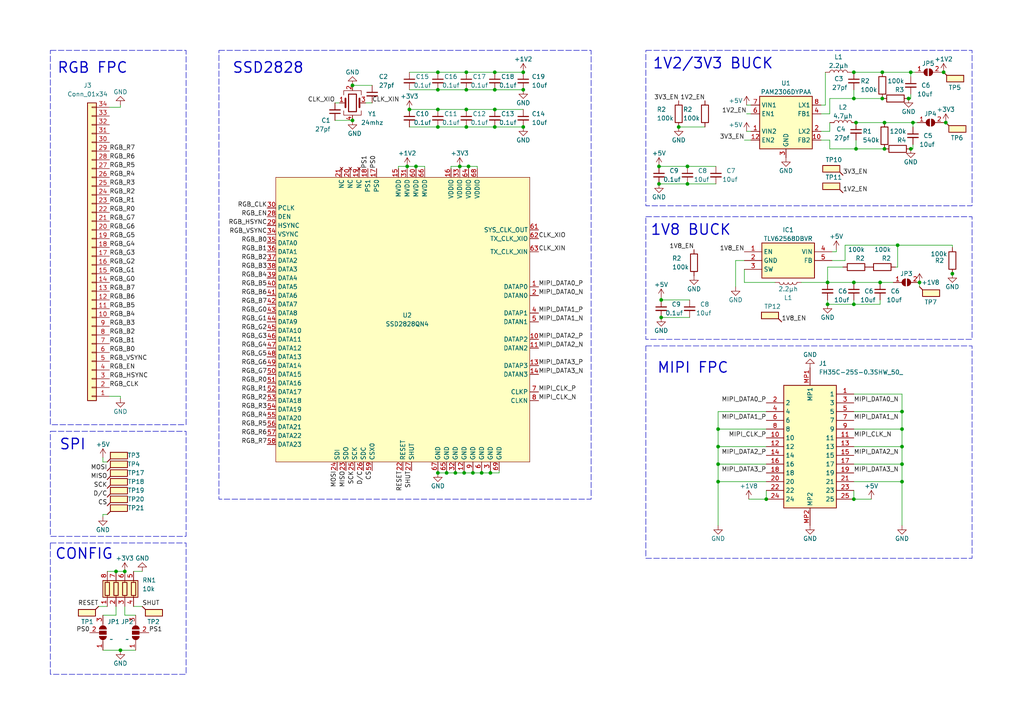
<source format=kicad_sch>
(kicad_sch (version 20230121) (generator eeschema)
  (paper "A4")
  (lib_symbols
    (symbol "+5V_1" (power) (pin_names (offset 0))
      (property "Value" "+5V_1" (at 0 3.556 0))
      (symbol "+5V_1_1_1"
        (pin power_in line (at 0 0 90) (length 0) hide (name "+5V") (number "1"))
      )
    )
    (symbol "Connector:TestPoint_Flag" (pin_numbers hide) (pin_names (offset 0.762) hide)
      (property "Reference" "TP" (at 3.429 1.778 0))
      (property "Value" "TestPoint_Flag" (at 3.302 4.191 0))
      (symbol "TestPoint_Flag_1_1"
        (pin passive line (at 0 0 90) (length 0) (name "1") (number "1"))
      )
    )
    (symbol "Connector_Generic:Conn_01x34" (pin_names (offset 1.016) hide)
      (property "Reference" "J" (at 0 43.18 0))
      (property "Value" "Conn_01x34" (at 0 -45.72 0))
      (symbol "Conn_01x34_1_1"
        (pin passive line (at -5.08 40.64 0) (length 3.81) (name "Pin_1") (number "1"))
        (pin passive line (at -5.08 17.78 0) (length 3.81) (name "Pin_10") (number "10"))
        (pin passive line (at -5.08 15.24 0) (length 3.81) (name "Pin_11") (number "11"))
        (pin passive line (at -5.08 12.7 0) (length 3.81) (name "Pin_12") (number "12"))
        (pin passive line (at -5.08 10.16 0) (length 3.81) (name "Pin_13") (number "13"))
        (pin passive line (at -5.08 7.62 0) (length 3.81) (name "Pin_14") (number "14"))
        (pin passive line (at -5.08 5.08 0) (length 3.81) (name "Pin_15") (number "15"))
        (pin passive line (at -5.08 2.54 0) (length 3.81) (name "Pin_16") (number "16"))
        (pin passive line (at -5.08 0 0) (length 3.81) (name "Pin_17") (number "17"))
        (pin passive line (at -5.08 -2.54 0) (length 3.81) (name "Pin_18") (number "18"))
        (pin passive line (at -5.08 -5.08 0) (length 3.81) (name "Pin_19") (number "19"))
        (pin passive line (at -5.08 38.1 0) (length 3.81) (name "Pin_2") (number "2"))
        (pin passive line (at -5.08 -7.62 0) (length 3.81) (name "Pin_20") (number "20"))
        (pin passive line (at -5.08 -10.16 0) (length 3.81) (name "Pin_21") (number "21"))
        (pin passive line (at -5.08 -12.7 0) (length 3.81) (name "Pin_22") (number "22"))
        (pin passive line (at -5.08 -15.24 0) (length 3.81) (name "Pin_23") (number "23"))
        (pin passive line (at -5.08 -17.78 0) (length 3.81) (name "Pin_24") (number "24"))
        (pin passive line (at -5.08 -20.32 0) (length 3.81) (name "Pin_25") (number "25"))
        (pin passive line (at -5.08 -22.86 0) (length 3.81) (name "Pin_26") (number "26"))
        (pin passive line (at -5.08 -25.4 0) (length 3.81) (name "Pin_27") (number "27"))
        (pin passive line (at -5.08 -27.94 0) (length 3.81) (name "Pin_28") (number "28"))
        (pin passive line (at -5.08 -30.48 0) (length 3.81) (name "Pin_29") (number "29"))
        (pin passive line (at -5.08 35.56 0) (length 3.81) (name "Pin_3") (number "3"))
        (pin passive line (at -5.08 -33.02 0) (length 3.81) (name "Pin_30") (number "30"))
        (pin passive line (at -5.08 -35.56 0) (length 3.81) (name "Pin_31") (number "31"))
        (pin passive line (at -5.08 -38.1 0) (length 3.81) (name "Pin_32") (number "32"))
        (pin passive line (at -5.08 -40.64 0) (length 3.81) (name "Pin_33") (number "33"))
        (pin passive line (at -5.08 -43.18 0) (length 3.81) (name "Pin_34") (number "34"))
        (pin passive line (at -5.08 33.02 0) (length 3.81) (name "Pin_4") (number "4"))
        (pin passive line (at -5.08 30.48 0) (length 3.81) (name "Pin_5") (number "5"))
        (pin passive line (at -5.08 27.94 0) (length 3.81) (name "Pin_6") (number "6"))
        (pin passive line (at -5.08 25.4 0) (length 3.81) (name "Pin_7") (number "7"))
        (pin passive line (at -5.08 22.86 0) (length 3.81) (name "Pin_8") (number "8"))
        (pin passive line (at -5.08 20.32 0) (length 3.81) (name "Pin_9") (number "9"))
      )
    )
    (symbol "Device:C_Small" (pin_numbers hide) (pin_names (offset 0.254) hide)
      (property "Reference" "C" (at 0.254 1.778 0))
      (property "Value" "C_Small" (at 0.254 -2.032 0))
      (symbol "C_Small_1_1"
        (pin passive line (at 0 2.54 270) (length 2.032) (name "~") (number "1"))
        (pin passive line (at 0 -2.54 90) (length 2.032) (name "~") (number "2"))
      )
    )
    (symbol "Device:Crystal_GND24" (pin_names (offset 1.016) hide)
      (property "Reference" "Y" (at 3.175 5.08 0))
      (property "Value" "Crystal_GND24" (at 3.175 3.175 0))
      (symbol "Crystal_GND24_1_1"
        (pin passive line (at -3.81 0 0) (length 1.27) (name "1") (number "1"))
        (pin passive line (at 0 5.08 270) (length 1.27) (name "2") (number "2"))
        (pin passive line (at 3.81 0 180) (length 1.27) (name "3") (number "3"))
        (pin passive line (at 0 -5.08 90) (length 1.27) (name "4") (number "4"))
      )
    )
    (symbol "Device:L" (pin_numbers hide) (pin_names (offset 1.016) hide)
      (property "Reference" "L" (at -1.27 0 90))
      (property "Value" "L" (at 1.905 0 90))
      (symbol "L_1_1"
        (pin passive line (at 0 3.81 270) (length 1.27) (name "1") (number "1"))
        (pin passive line (at 0 -3.81 90) (length 1.27) (name "2") (number "2"))
      )
    )
    (symbol "Device:R" (pin_numbers hide) (pin_names (offset 0))
      (property "Reference" "R" (at 2.032 0 90))
      (property "Value" "R" (at 0 0 90))
      (symbol "R_1_1"
        (pin passive line (at 0 3.81 270) (length 1.27) (name "~") (number "1"))
        (pin passive line (at 0 -3.81 90) (length 1.27) (name "~") (number "2"))
      )
    )
    (symbol "Device:R_Pack04" (pin_names (offset 0) hide)
      (property "Reference" "RN" (at -7.62 0 90))
      (property "Value" "R_Pack04" (at 5.08 0 90))
      (symbol "R_Pack04_1_1"
        (pin passive line (at -5.08 -5.08 90) (length 2.54) (name "R1.1") (number "1"))
        (pin passive line (at -2.54 -5.08 90) (length 2.54) (name "R2.1") (number "2"))
        (pin passive line (at 0 -5.08 90) (length 2.54) (name "R3.1") (number "3"))
        (pin passive line (at 2.54 -5.08 90) (length 2.54) (name "R4.1") (number "4"))
        (pin passive line (at 2.54 5.08 270) (length 2.54) (name "R4.2") (number "5"))
        (pin passive line (at 0 5.08 270) (length 2.54) (name "R3.2") (number "6"))
        (pin passive line (at -2.54 5.08 270) (length 2.54) (name "R2.2") (number "7"))
        (pin passive line (at -5.08 5.08 270) (length 2.54) (name "R1.2") (number "8"))
      )
    )
    (symbol "GND_1" (power) (pin_names (offset 0))
      (property "Value" "GND_1" (at 0 -3.81 0))
      (symbol "GND_1_1_1"
        (pin power_in line (at 0 0 270) (length 0) hide (name "GND") (number "1"))
      )
    )
    (symbol "GND_2" (power) (pin_names (offset 0))
      (property "Value" "GND_2" (at 0 -3.81 0))
      (symbol "GND_2_1_1"
        (pin power_in line (at 0 0 270) (length 0) hide (name "GND") (number "1"))
      )
    )
    (symbol "GND_3" (power) (pin_names (offset 0))
      (property "Value" "GND_3" (at 0 -3.81 0))
      (symbol "GND_3_1_1"
        (pin power_in line (at 0 0 270) (length 0) hide (name "GND") (number "1"))
      )
    )
    (symbol "Jumper:SolderJumper_2_Open" (pin_names (offset 0) hide)
      (property "Reference" "JP" (at 0 2.032 0))
      (property "Value" "SolderJumper_2_Open" (at 0 -2.54 0))
      (symbol "SolderJumper_2_Open_1_1"
        (pin passive line (at -3.81 0 0) (length 2.54) (name "A") (number "1"))
        (pin passive line (at 3.81 0 180) (length 2.54) (name "B") (number "2"))
      )
    )
    (symbol "Jumper:SolderJumper_3_Open" (pin_names (offset 0) hide)
      (property "Reference" "JP" (at -2.54 -2.54 0))
      (property "Value" "SolderJumper_3_Open" (at 0 2.794 0))
      (symbol "SolderJumper_3_Open_1_1"
        (pin passive line (at -5.08 0 0) (length 2.54) (name "A") (number "1"))
        (pin passive line (at 0 -3.81 90) (length 2.54) (name "C") (number "2"))
        (pin passive line (at 5.08 0 180) (length 2.54) (name "B") (number "3"))
      )
    )
    (symbol "Regulator_Switching:PAM2306DYPAA"
      (property "Reference" "U" (at 0 11.43 0))
      (property "Value" "PAM2306DYPAA" (at 0 8.89 0))
      (symbol "PAM2306DYPAA_1_1"
        (pin power_in line (at -10.16 -2.54 0) (length 2.54) (name "VIN2") (number "1"))
        (pin input line (at 10.16 -5.08 180) (length 2.54) (name "FB2") (number "10"))
        (pin no_connect line (at 7.62 0 180) (length 2.54) hide (name "NC2") (number "11"))
        (pin input line (at -10.16 -5.08 0) (length 2.54) (name "EN2") (number "12"))
        (pin passive line (at 0 -10.16 90) (length 2.54) hide (name "GND") (number "13"))
        (pin output line (at 10.16 -2.54 180) (length 2.54) (name "LX2") (number "2"))
        (pin power_in line (at 0 -10.16 90) (length 2.54) (name "GND") (number "3"))
        (pin input line (at 10.16 2.54 180) (length 2.54) (name "FB1") (number "4"))
        (pin no_connect line (at -7.62 0 0) (length 2.54) hide (name "NC1") (number "5"))
        (pin input line (at -10.16 2.54 0) (length 2.54) (name "EN1") (number "6"))
        (pin power_in line (at -10.16 5.08 0) (length 2.54) (name "VIN1") (number "7"))
        (pin output line (at 10.16 5.08 180) (length 2.54) (name "LX1") (number "8"))
        (pin passive line (at 0 -10.16 90) (length 2.54) hide (name "GND") (number "9"))
      )
    )
    (symbol "SamacSys_Parts:FH35C-25S-0.3SHW_50_"
      (property "Reference" "J" (at 41.91 12.7 0))
      (property "Value" "FH35C-25S-0.3SHW_50_" (at 41.91 10.16 0))
      (symbol "FH35C-25S-0.3SHW_50__1_1"
        (pin passive line (at 38.1 -12.7 90) (length 5.08) (name "1") (number "1"))
        (pin passive line (at 25.4 12.7 270) (length 5.08) (name "10") (number "10"))
        (pin passive line (at 25.4 -12.7 90) (length 5.08) (name "11") (number "11"))
        (pin passive line (at 22.86 12.7 270) (length 5.08) (name "12") (number "12"))
        (pin passive line (at 22.86 -12.7 90) (length 5.08) (name "13") (number "13"))
        (pin passive line (at 20.32 12.7 270) (length 5.08) (name "14") (number "14"))
        (pin passive line (at 20.32 -12.7 90) (length 5.08) (name "15") (number "15"))
        (pin passive line (at 17.78 12.7 270) (length 5.08) (name "16") (number "16"))
        (pin passive line (at 17.78 -12.7 90) (length 5.08) (name "17") (number "17"))
        (pin passive line (at 15.24 12.7 270) (length 5.08) (name "18") (number "18"))
        (pin passive line (at 15.24 -12.7 90) (length 5.08) (name "19") (number "19"))
        (pin passive line (at 35.56 12.7 270) (length 5.08) (name "2") (number "2"))
        (pin passive line (at 12.7 12.7 270) (length 5.08) (name "20") (number "20"))
        (pin passive line (at 12.7 -12.7 90) (length 5.08) (name "21") (number "21"))
        (pin passive line (at 10.16 12.7 270) (length 5.08) (name "22") (number "22"))
        (pin passive line (at 10.16 -12.7 90) (length 5.08) (name "23") (number "23"))
        (pin passive line (at 7.62 12.7 270) (length 5.08) (name "24") (number "24"))
        (pin passive line (at 7.62 -12.7 90) (length 5.08) (name "25") (number "25"))
        (pin passive line (at 35.56 -12.7 90) (length 5.08) (name "3") (number "3"))
        (pin passive line (at 33.02 12.7 270) (length 5.08) (name "4") (number "4"))
        (pin passive line (at 33.02 -12.7 90) (length 5.08) (name "5") (number "5"))
        (pin passive line (at 30.48 12.7 270) (length 5.08) (name "6") (number "6"))
        (pin passive line (at 30.48 -12.7 90) (length 5.08) (name "7") (number "7"))
        (pin passive line (at 27.94 12.7 270) (length 5.08) (name "8") (number "8"))
        (pin passive line (at 27.94 -12.7 90) (length 5.08) (name "9") (number "9"))
        (pin passive line (at 45.72 0 180) (length 5.08) (name "MP1") (number "MP1"))
        (pin passive line (at 0 0 0) (length 5.08) (name "MP2") (number "MP2"))
      )
    )
    (symbol "SamacSys_Parts:TLV62568DBVR"
      (property "Reference" "IC" (at 21.59 7.62 0))
      (property "Value" "TLV62568DBVR" (at 21.59 5.08 0))
      (symbol "TLV62568DBVR_1_1"
        (pin passive line (at 0 0 0) (length 5.08) (name "EN") (number "1"))
        (pin passive line (at 0 -2.54 0) (length 5.08) (name "GND") (number "2"))
        (pin passive line (at 0 -5.08 0) (length 5.08) (name "SW") (number "3"))
        (pin passive line (at 25.4 0 180) (length 5.08) (name "VIN") (number "4"))
        (pin passive line (at 25.4 -2.54 180) (length 5.08) (name "FB") (number "5"))
      )
    )
    (symbol "Video:SSD2828QN4"
      (property "Reference" "U1" (at 0 1.905 0))
      (property "Value" "SSD2828QN4" (at 0 -0.635 0))
      (symbol "SSD2828QN4_1_1"
        (pin output line (at 38.1 10.16 180) (length 2.54) (name "DATAP0") (number "1"))
        (pin output line (at 38.1 -5.08 180) (length 2.54) (name "DATAP2") (number "10"))
        (pin output line (at 38.1 -7.62 180) (length 2.54) (name "DATAN2") (number "11"))
        (pin output line (at 16.51 -43.18 90) (length 2.54) (name "GND") (number "12"))
        (pin output line (at 38.1 -12.7 180) (length 2.54) (name "DATAP3") (number "13"))
        (pin output line (at 38.1 -15.24 180) (length 2.54) (name "DATAN3") (number "14"))
        (pin output line (at -2.54 44.45 270) (length 2.54) (name "MVDD") (number "15"))
        (pin output line (at 12.7 44.45 270) (length 2.54) (name "VDDIO") (number "16"))
        (pin output line (at -8.89 44.45 270) (length 2.54) (name "PS0") (number "17"))
        (pin output line (at -11.43 44.45 270) (length 2.54) (name "PS1") (number "18"))
        (pin no_connect line (at -13.97 44.45 270) (length 2.54) (name "NC") (number "19"))
        (pin output line (at 38.1 7.62 180) (length 2.54) (name "DATAN0") (number "2"))
        (pin no_connect line (at -16.51 44.45 270) (length 2.54) (name "NC") (number "20"))
        (pin no_connect line (at -19.05 44.45 270) (length 2.54) (name "NC") (number "21"))
        (pin output line (at -1.27 -43.18 90) (length 2.54) (name "RESET") (number "22"))
        (pin output line (at -17.78 -43.18 90) (length 2.54) (name "SDO") (number "23"))
        (pin output line (at -20.32 -43.18 90) (length 2.54) (name "SDI") (number "24"))
        (pin output line (at -15.24 -43.18 90) (length 2.54) (name "SCK") (number "25"))
        (pin output line (at -12.7 -43.18 90) (length 2.54) (name "SDC") (number "26"))
        (pin output line (at 1.27 -43.18 90) (length 2.54) (name "SHUT") (number "27"))
        (pin input line (at -40.64 30.48 0) (length 2.54) (name "DEN") (number "28"))
        (pin input line (at -40.64 27.94 0) (length 2.54) (name "HSYNC") (number "29"))
        (pin output line (at 24.13 -43.18 90) (length 2.54) (name "GND") (number "3"))
        (pin input line (at -40.64 33.02 0) (length 2.54) (name "PCLK") (number "30"))
        (pin output line (at 0 44.45 270) (length 2.54) (name "MVDD") (number "31"))
        (pin output line (at 13.97 -43.18 90) (length 2.54) (name "GND") (number "32"))
        (pin output line (at 15.24 44.45 270) (length 2.54) (name "VDDIO") (number "33"))
        (pin input line (at -40.64 25.4 0) (length 2.54) (name "VSYNC") (number "34"))
        (pin input line (at -40.64 22.86 0) (length 2.54) (name "DATA0") (number "35"))
        (pin input line (at -40.64 20.32 0) (length 2.54) (name "DATA1") (number "36"))
        (pin input line (at -40.64 17.78 0) (length 2.54) (name "DATA2") (number "37"))
        (pin input line (at -40.64 15.24 0) (length 2.54) (name "DATA3") (number "38"))
        (pin input line (at -40.64 12.7 0) (length 2.54) (name "DATA4") (number "39"))
        (pin output line (at 38.1 2.54 180) (length 2.54) (name "DATAP1") (number "4"))
        (pin input line (at -40.64 10.16 0) (length 2.54) (name "DATA5") (number "40"))
        (pin input line (at -40.64 7.62 0) (length 2.54) (name "DATA6") (number "41"))
        (pin input line (at -40.64 5.08 0) (length 2.54) (name "DATA7") (number "42"))
        (pin input line (at -40.64 2.54 0) (length 2.54) (name "DATA8") (number "43"))
        (pin input line (at -40.64 0 0) (length 2.54) (name "DATA9") (number "44"))
        (pin input line (at -40.64 -2.54 0) (length 2.54) (name "DATA10") (number "45"))
        (pin input line (at -40.64 -5.08 0) (length 2.54) (name "DATA11") (number "46"))
        (pin input line (at -40.64 -7.62 0) (length 2.54) (name "DATA12") (number "47"))
        (pin input line (at -40.64 -10.16 0) (length 2.54) (name "DATA13") (number "48"))
        (pin input line (at -40.64 -12.7 0) (length 2.54) (name "DATA14") (number "49"))
        (pin output line (at 38.1 0 180) (length 2.54) (name "DATAN1") (number "5"))
        (pin input line (at -40.64 -15.24 0) (length 2.54) (name "DATA15") (number "50"))
        (pin input line (at -40.64 -17.78 0) (length 2.54) (name "DATA16") (number "51"))
        (pin input line (at -40.64 -20.32 0) (length 2.54) (name "DATA17") (number "52"))
        (pin input line (at -40.64 -22.86 0) (length 2.54) (name "DATA18") (number "53"))
        (pin input line (at -40.64 -25.4 0) (length 2.54) (name "DATA19") (number "54"))
        (pin input line (at -40.64 -27.94 0) (length 2.54) (name "DATA20") (number "55"))
        (pin input line (at -40.64 -30.48 0) (length 2.54) (name "DATA21") (number "56"))
        (pin input line (at -40.64 -33.02 0) (length 2.54) (name "DATA22") (number "57"))
        (pin input line (at -40.64 -35.56 0) (length 2.54) (name "DATA23") (number "58"))
        (pin output line (at -10.16 -43.18 90) (length 2.54) (name "CSX0") (number "59"))
        (pin output line (at 21.59 -43.18 90) (length 2.54) (name "GND") (number "6"))
        (pin output line (at 2.54 44.45 270) (length 2.54) (name "MVDD") (number "60"))
        (pin output line (at 38.1 26.67 180) (length 2.54) (name "SYS_CLK_OUT") (number "61"))
        (pin output line (at 38.1 24.13 180) (length 2.54) (name "TX_CLK_XIO") (number "62"))
        (pin output line (at 38.1 20.32 180) (length 2.54) (name "TX_CLK_XIN") (number "63"))
        (pin output line (at 17.78 44.45 270) (length 2.54) (name "VDDIO") (number "64"))
        (pin output line (at 11.43 -43.18 90) (length 2.54) (name "GND") (number "65"))
        (pin output line (at 5.08 44.45 270) (length 2.54) (name "MVDD") (number "66"))
        (pin output line (at 8.89 -43.18 90) (length 2.54) (name "GND") (number "67"))
        (pin output line (at 20.32 44.45 270) (length 2.54) (name "VDDIO") (number "68"))
        (pin output line (at 26.67 -43.18 90) (length 2.54) (name "GND") (number "69"))
        (pin output line (at 38.1 -20.32 180) (length 2.54) (name "CLKP") (number "7"))
        (pin output line (at 38.1 -22.86 180) (length 2.54) (name "CLKN") (number "8"))
        (pin output line (at 19.05 -43.18 90) (length 2.54) (name "GND") (number "9"))
      )
    )
    (symbol "power:+1V2" (power) (pin_names (offset 0))
      (property "Value" "+1V2" (at 0 3.556 0))
      (symbol "+1V2_1_1"
        (pin power_in line (at 0 0 90) (length 0) hide (name "+1V2") (number "1"))
      )
    )
    (symbol "power:+1V8" (power) (pin_names (offset 0))
      (property "Value" "+1V8" (at 0 3.556 0))
      (symbol "+1V8_1_1"
        (pin power_in line (at 0 0 90) (length 0) hide (name "+1V8") (number "1"))
      )
    )
    (symbol "power:+3V3" (power) (pin_names (offset 0))
      (property "Value" "+3V3" (at 0 3.556 0))
      (symbol "+3V3_1_1"
        (pin power_in line (at 0 0 90) (length 0) hide (name "+3V3") (number "1"))
      )
    )
    (symbol "power:+5V" (power) (pin_names (offset 0))
      (property "Value" "+5V" (at 0 3.556 0))
      (symbol "+5V_1_1"
        (pin power_in line (at 0 0 90) (length 0) hide (name "+5V") (number "1"))
      )
    )
  )
  (junction (at 102.235 24.765))
  (junction (at 135.89 48.26))
  (junction (at 143.51 36.83))
  (junction (at 248.285 43.18))
  (junction (at 143.51 20.955))
  (junction (at 102.235 34.925))
  (junction (at 261.62 124.46))
  (junction (at 255.905 20.955))
  (junction (at 135.255 36.83))
  (junction (at 151.765 36.83))
  (junction (at 199.39 48.26))
  (junction (at 151.765 20.955))
  (junction (at 36.195 165.735))
  (junction (at 240.03 81.915))
  (junction (at 134.62 137.16))
  (junction (at 132.08 137.16))
  (junction (at 196.85 36.83))
  (junction (at 264.795 35.56))
  (junction (at 191.135 48.26))
  (junction (at 133.35 48.26))
  (junction (at 127 36.83))
  (junction (at 222.25 144.78))
  (junction (at 118.745 31.75))
  (junction (at 255.27 81.915))
  (junction (at 247.65 81.915))
  (junction (at 240.03 88.265))
  (junction (at 266.7 81.915))
  (junction (at 248.285 35.56))
  (junction (at 264.16 20.955))
  (junction (at 191.77 86.995))
  (junction (at 143.51 31.75))
  (junction (at 274.32 35.56))
  (junction (at 255.905 28.575))
  (junction (at 127 137.16))
  (junction (at 127 31.75))
  (junction (at 256.54 43.18))
  (junction (at 261.62 119.38))
  (junction (at 191.77 92.075))
  (junction (at 135.255 26.035))
  (junction (at 135.255 20.955))
  (junction (at 261.62 129.54))
  (junction (at 260.35 71.12))
  (junction (at 264.16 43.18))
  (junction (at 208.28 134.62))
  (junction (at 129.54 137.16))
  (junction (at 139.7 137.16))
  (junction (at 208.28 139.7))
  (junction (at 273.685 20.955))
  (junction (at 247.65 20.955))
  (junction (at 118.11 48.26))
  (junction (at 127 26.035))
  (junction (at 276.225 79.375))
  (junction (at 199.39 53.34))
  (junction (at 247.65 144.78))
  (junction (at 135.255 31.75))
  (junction (at 263.525 28.575))
  (junction (at 142.24 137.16))
  (junction (at 34.925 188.595))
  (junction (at 143.51 26.035))
  (junction (at 247.65 88.265))
  (junction (at 208.28 124.46))
  (junction (at 120.65 48.26))
  (junction (at 151.765 26.035))
  (junction (at 256.54 35.56))
  (junction (at 247.65 28.575))
  (junction (at 261.62 134.62))
  (junction (at 261.62 139.7))
  (junction (at 191.135 53.34))
  (junction (at 33.655 165.735))
  (junction (at 208.28 129.54))
  (junction (at 127 20.955))
  (junction (at 137.16 137.16))
  (wire (pts (xy 143.51 36.83) (xy 151.765 36.83)))
  (wire (pts (xy 135.255 31.75) (xy 127 31.75)))
  (wire (pts (xy 247.65 26.035) (xy 247.65 28.575)))
  (wire (pts (xy 130.81 48.26) (xy 133.35 48.26)))
  (wire (pts (xy 133.35 48.26) (xy 135.89 48.26)))
  (wire (pts (xy 242.57 73.025) (xy 241.3 73.025)))
  (wire (pts (xy 142.24 136.525) (xy 142.24 137.16)))
  (wire (pts (xy 248.285 43.18) (xy 256.54 43.18)))
  (wire (pts (xy 208.28 124.46) (xy 222.25 124.46)))
  (wire (pts (xy 118.745 26.035) (xy 127 26.035)))
  (wire (pts (xy 266.7 83.185) (xy 266.7 81.915)))
  (wire (pts (xy 135.89 48.26) (xy 138.43 48.26)))
  (wire (pts (xy 139.7 136.525) (xy 139.7 137.16)))
  (wire (pts (xy 29.845 149.225) (xy 29.845 149.86)))
  (wire (pts (xy 123.19 48.26) (xy 123.19 48.895)))
  (wire (pts (xy 213.36 75.565) (xy 213.36 83.185)))
  (wire (pts (xy 255.27 81.915) (xy 259.08 81.915)))
  (wire (pts (xy 135.255 26.035) (xy 143.51 26.035)))
  (wire (pts (xy 216.535 30.48) (xy 217.805 30.48)))
  (wire (pts (xy 196.85 36.83) (xy 204.47 36.83)))
  (wire (pts (xy 248.285 40.64) (xy 248.285 43.18)))
  (wire (pts (xy 138.43 48.26) (xy 138.43 48.895)))
  (wire (pts (xy 135.89 48.26) (xy 135.89 48.895)))
  (wire (pts (xy 255.905 20.955) (xy 264.16 20.955)))
  (wire (pts (xy 36.195 178.435) (xy 36.195 175.895)))
  (wire (pts (xy 247.65 134.62) (xy 261.62 134.62)))
  (wire (pts (xy 41.275 165.735) (xy 38.735 165.735)))
  (wire (pts (xy 143.51 26.035) (xy 151.765 26.035)))
  (wire (pts (xy 216.535 33.02) (xy 217.805 33.02)))
  (wire (pts (xy 247.015 20.955) (xy 247.65 20.955)))
  (wire (pts (xy 240.03 81.915) (xy 247.65 81.915)))
  (wire (pts (xy 247.65 124.46) (xy 261.62 124.46)))
  (wire (pts (xy 261.62 134.62) (xy 261.62 139.7)))
  (wire (pts (xy 31.115 165.735) (xy 33.655 165.735)))
  (wire (pts (xy 199.39 53.34) (xy 207.645 53.34)))
  (wire (pts (xy 208.28 129.54) (xy 222.25 129.54)))
  (wire (pts (xy 264.795 41.91) (xy 264.795 43.18)))
  (wire (pts (xy 222.25 119.38) (xy 208.28 119.38)))
  (wire (pts (xy 34.925 114.935) (xy 34.925 115.57)))
  (wire (pts (xy 247.65 28.575) (xy 255.905 28.575)))
  (wire (pts (xy 151.765 20.955) (xy 143.51 20.955)))
  (wire (pts (xy 240.665 33.02) (xy 240.665 28.575)))
  (wire (pts (xy 247.65 119.38) (xy 261.62 119.38)))
  (wire (pts (xy 261.62 119.38) (xy 261.62 124.46)))
  (wire (pts (xy 34.925 31.115) (xy 34.925 30.48)))
  (wire (pts (xy 133.35 48.26) (xy 133.35 48.895)))
  (wire (pts (xy 33.655 165.735) (xy 36.195 165.735)))
  (wire (pts (xy 247.65 88.265) (xy 240.03 88.265)))
  (wire (pts (xy 199.39 48.26) (xy 207.645 48.26)))
  (wire (pts (xy 29.845 133.985) (xy 31.115 133.985)))
  (wire (pts (xy 97.155 29.845) (xy 98.425 29.845)))
  (wire (pts (xy 127 36.83) (xy 135.255 36.83)))
  (wire (pts (xy 242.57 72.39) (xy 242.57 73.025)))
  (wire (pts (xy 31.75 114.935) (xy 34.925 114.935)))
  (wire (pts (xy 276.225 79.375) (xy 276.225 80.01)))
  (wire (pts (xy 238.125 38.1) (xy 240.665 38.1)))
  (wire (pts (xy 247.65 139.7) (xy 261.62 139.7)))
  (wire (pts (xy 273.685 35.56) (xy 274.32 35.56)))
  (wire (pts (xy 191.135 53.34) (xy 199.39 53.34)))
  (wire (pts (xy 240.665 38.1) (xy 240.665 35.56)))
  (wire (pts (xy 132.08 137.16) (xy 129.54 137.16)))
  (wire (pts (xy 127 26.035) (xy 135.255 26.035)))
  (wire (pts (xy 244.475 77.47) (xy 240.03 77.47)))
  (wire (pts (xy 248.285 35.56) (xy 256.54 35.56)))
  (wire (pts (xy 222.25 142.24) (xy 222.25 144.78)))
  (wire (pts (xy 276.225 71.12) (xy 276.225 71.755)))
  (wire (pts (xy 127 136.525) (xy 127 137.16)))
  (wire (pts (xy 134.62 136.525) (xy 134.62 137.16)))
  (wire (pts (xy 240.03 77.47) (xy 240.03 81.915)))
  (wire (pts (xy 264.795 36.83) (xy 264.795 35.56)))
  (wire (pts (xy 127 31.75) (xy 118.745 31.75)))
  (wire (pts (xy 191.77 92.075) (xy 200.025 92.075)))
  (wire (pts (xy 245.11 75.565) (xy 241.3 75.565)))
  (wire (pts (xy 240.665 43.18) (xy 248.285 43.18)))
  (wire (pts (xy 120.65 48.26) (xy 120.65 48.895)))
  (wire (pts (xy 129.54 136.525) (xy 129.54 137.16)))
  (wire (pts (xy 217.805 38.1) (xy 216.535 38.1)))
  (wire (pts (xy 261.62 139.7) (xy 261.62 152.4)))
  (wire (pts (xy 217.805 40.64) (xy 215.9 40.64)))
  (wire (pts (xy 239.395 30.48) (xy 238.125 30.48)))
  (wire (pts (xy 29.845 132.715) (xy 29.845 133.985)))
  (wire (pts (xy 106.045 29.845) (xy 107.95 29.845)))
  (wire (pts (xy 215.9 81.915) (xy 224.79 81.915)))
  (wire (pts (xy 260.35 71.12) (xy 276.225 71.12)))
  (wire (pts (xy 247.65 81.915) (xy 255.27 81.915)))
  (wire (pts (xy 273.05 20.955) (xy 273.685 20.955)))
  (wire (pts (xy 38.735 175.895) (xy 41.275 175.895)))
  (wire (pts (xy 130.81 48.895) (xy 130.81 48.26)))
  (wire (pts (xy 39.37 178.435) (xy 36.195 178.435)))
  (wire (pts (xy 28.575 175.895) (xy 31.115 175.895)))
  (wire (pts (xy 232.41 81.915) (xy 240.03 81.915)))
  (wire (pts (xy 247.65 142.24) (xy 247.65 144.78)))
  (wire (pts (xy 29.845 178.435) (xy 33.655 178.435)))
  (wire (pts (xy 191.77 86.995) (xy 200.025 86.995)))
  (wire (pts (xy 135.255 36.83) (xy 143.51 36.83)))
  (wire (pts (xy 247.65 129.54) (xy 261.62 129.54)))
  (wire (pts (xy 134.62 137.16) (xy 132.08 137.16)))
  (wire (pts (xy 129.54 137.16) (xy 127 137.16)))
  (wire (pts (xy 245.11 71.12) (xy 245.11 75.565)))
  (wire (pts (xy 118.745 36.83) (xy 127 36.83)))
  (wire (pts (xy 217.17 144.78) (xy 222.25 144.78)))
  (wire (pts (xy 238.125 40.64) (xy 240.665 40.64)))
  (wire (pts (xy 240.665 40.64) (xy 240.665 43.18)))
  (wire (pts (xy 120.65 48.26) (xy 123.19 48.26)))
  (wire (pts (xy 239.395 20.955) (xy 239.395 30.48)))
  (wire (pts (xy 208.28 124.46) (xy 208.28 129.54)))
  (wire (pts (xy 137.16 136.525) (xy 137.16 137.16)))
  (wire (pts (xy 264.16 27.305) (xy 264.16 28.575)))
  (wire (pts (xy 115.57 48.26) (xy 118.11 48.26)))
  (wire (pts (xy 247.65 86.995) (xy 247.65 88.265)))
  (wire (pts (xy 247.65 20.955) (xy 255.905 20.955)))
  (wire (pts (xy 102.235 24.765) (xy 107.95 24.765)))
  (wire (pts (xy 260.35 71.12) (xy 245.11 71.12)))
  (wire (pts (xy 143.51 20.955) (xy 135.255 20.955)))
  (wire (pts (xy 256.54 35.56) (xy 264.795 35.56)))
  (wire (pts (xy 115.57 48.895) (xy 115.57 48.26)))
  (wire (pts (xy 208.28 119.38) (xy 208.28 124.46)))
  (wire (pts (xy 261.62 119.38) (xy 261.62 114.3)))
  (wire (pts (xy 240.665 28.575) (xy 247.65 28.575)))
  (wire (pts (xy 240.03 88.265) (xy 240.03 86.995)))
  (wire (pts (xy 97.155 34.925) (xy 102.235 34.925)))
  (wire (pts (xy 31.115 149.225) (xy 29.845 149.225)))
  (wire (pts (xy 135.255 20.955) (xy 127 20.955)))
  (wire (pts (xy 264.16 28.575) (xy 263.525 28.575)))
  (wire (pts (xy 255.27 86.995) (xy 255.27 88.265)))
  (wire (pts (xy 264.16 20.955) (xy 265.43 20.955)))
  (wire (pts (xy 264.16 22.225) (xy 264.16 20.955)))
  (wire (pts (xy 215.9 75.565) (xy 213.36 75.565)))
  (wire (pts (xy 191.135 48.26) (xy 199.39 48.26)))
  (wire (pts (xy 127 20.955) (xy 118.745 20.955)))
  (wire (pts (xy 208.28 129.54) (xy 208.28 134.62)))
  (wire (pts (xy 208.28 139.7) (xy 208.28 152.4)))
  (wire (pts (xy 29.845 188.595) (xy 34.925 188.595)))
  (wire (pts (xy 144.78 137.16) (xy 142.24 137.16)))
  (wire (pts (xy 208.28 139.7) (xy 222.25 139.7)))
  (wire (pts (xy 34.925 188.595) (xy 39.37 188.595)))
  (wire (pts (xy 208.28 134.62) (xy 222.25 134.62)))
  (wire (pts (xy 238.125 33.02) (xy 240.665 33.02)))
  (wire (pts (xy 191.77 86.36) (xy 191.77 86.995)))
  (wire (pts (xy 255.27 88.265) (xy 247.65 88.265)))
  (wire (pts (xy 118.11 48.26) (xy 120.65 48.26)))
  (wire (pts (xy 151.765 31.75) (xy 143.51 31.75)))
  (wire (pts (xy 143.51 31.75) (xy 135.255 31.75)))
  (wire (pts (xy 208.28 134.62) (xy 208.28 139.7)))
  (wire (pts (xy 261.62 124.46) (xy 261.62 129.54)))
  (wire (pts (xy 259.715 77.47) (xy 260.35 77.47)))
  (wire (pts (xy 261.62 134.62) (xy 261.62 129.54)))
  (wire (pts (xy 118.11 48.26) (xy 118.11 48.895)))
  (wire (pts (xy 215.9 78.105) (xy 215.9 81.915)))
  (wire (pts (xy 264.795 35.56) (xy 266.065 35.56)))
  (wire (pts (xy 33.655 178.435) (xy 33.655 175.895)))
  (wire (pts (xy 144.78 136.525) (xy 144.78 137.16)))
  (wire (pts (xy 139.7 137.16) (xy 137.16 137.16)))
  (wire (pts (xy 137.16 137.16) (xy 134.62 137.16)))
  (wire (pts (xy 132.08 136.525) (xy 132.08 137.16)))
  (wire (pts (xy 264.795 43.18) (xy 264.16 43.18)))
  (wire (pts (xy 261.62 114.3) (xy 247.65 114.3)))
  (wire (pts (xy 142.24 137.16) (xy 139.7 137.16)))
  (wire (pts (xy 260.35 71.12) (xy 260.35 77.47)))
  (wire (pts (xy 247.65 144.78) (xy 252.73 144.78)))
  (wire (pts (xy 31.75 31.115) (xy 34.925 31.115)))
  (rectangle (start 63.5 14.605) (end 171.45 144.78) (stroke (width 0) (type dash)))
  (rectangle (start 187.325 100.33) (end 281.94 161.925) (stroke (width 0) (type dash)))
  (rectangle (start 14.605 125.095) (end 53.975 155.575) (stroke (width 0) (type dash)))
  (rectangle (start 187.325 14.605) (end 281.94 59.69) (stroke (width 0) (type dash)))
  (rectangle (start 187.325 62.865) (end 281.94 98.425) (stroke (width 0) (type dash)))
  (rectangle (start 14.605 157.48) (end 53.975 195.58) (stroke (width 0) (type dash)))
  (rectangle (start 14.605 14.605) (end 53.975 123.19) (stroke (width 0) (type dash)))
  (text "CONFIG" (at 15.875 162.56 0) (effects (font (size 3.048 3.048) (thickness 0.3556) bold) (justify left bottom)))
  (text "1V2/3V3 BUCK" (at 189.23 20.32 0) (effects (font (size 3.048 3.048) (thickness 0.3556) bold) (justify left bottom)))
  (text "SPI" (at 17.145 130.81 0) (effects (font (size 3.048 3.048) (thickness 0.3556) bold) (justify left bottom)))
  (text "MIPI FPC" (at 190.5 108.585 0) (effects (font (size 3.048 3.048) (thickness 0.3556) bold) (justify left bottom)))
  (text "SSD2828" (at 67.31 21.59 0) (effects (font (size 3.048 3.048) (thickness 0.3556) bold) (justify left bottom)))
  (text "1V8 BUCK" (at 188.595 68.58 0) (effects (font (size 3.048 3.048) (thickness 0.3556) bold) (justify left bottom)))
  (text "RGB FPC" (at 16.51 21.59 0) (effects (font (size 3.048 3.048) (thickness 0.3556) bold) (justify left bottom)))
  (label "MIPI_DATA2_N" (at 247.65 132.08 0))
  (label "MIPI_DATA1_P" (at 222.25 121.92 180))
  (label "MIPI_DATA1_N" (at 247.65 121.92 0))
  (label "MIPI_DATA3_P" (at 222.25 137.16 180))
  (label "RGB_R3" (at 77.47 118.745 180))
  (label "CS" (at 107.95 136.525 270))
  (label "RGB_B5" (at 77.47 83.185 180))
  (label "CLK_XIN" (at 156.21 73.025 0))
  (label "RGB_R6" (at 77.47 126.365 180))
  (label "RGB_G3" (at 31.75 74.295 0))
  (label "RGB_G2" (at 31.75 76.835 0))
  (label "CS" (at 31.115 146.685 180))
  (label "1V2_EN" (at 204.47 29.21 180))
  (label "RGB_B7" (at 31.75 84.455 0))
  (label "CLK_XIO" (at 97.155 29.845 180))
  (label "RGB_R2" (at 31.75 56.515 0))
  (label "SCK" (at 31.115 141.605 180))
  (label "MOSI" (at 97.79 136.525 270))
  (label "MIPI_DATA0_N" (at 156.21 85.725 0))
  (label "SCK" (at 102.87 136.525 270))
  (label "RGB_R0" (at 77.47 111.125 180))
  (label "RGB_B3" (at 77.47 78.105 180))
  (label "PS1" (at 106.68 48.895 90))
  (label "RGB_R5" (at 31.75 48.895 0))
  (label "MIPI_CLK_N" (at 156.21 116.205 0))
  (label "RGB_R4" (at 77.47 121.285 180))
  (label "RGB_G7" (at 31.75 64.135 0))
  (label "RGB_G1" (at 31.75 79.375 0))
  (label "MIPI_CLK_P" (at 156.21 113.665 0))
  (label "RGB_CLK" (at 31.75 112.395 0))
  (label "RGB_G1" (at 77.47 93.345 180))
  (label "1V2_EN" (at 216.535 33.02 180))
  (label "RGB_VSYNC" (at 31.75 104.775 0))
  (label "MIPI_DATA0_P" (at 156.21 83.185 0))
  (label "RGB_B2" (at 77.47 75.565 180))
  (label "RGB_G3" (at 77.47 98.425 180))
  (label "RGB_G4" (at 31.75 71.755 0))
  (label "RGB_G2" (at 77.47 95.885 180))
  (label "RGB_B4" (at 31.75 92.075 0))
  (label "RGB_B0" (at 77.47 70.485 180))
  (label "RGB_R7" (at 77.47 128.905 180))
  (label "1V8_EN" (at 215.9 73.025 180))
  (label "RGB_B3" (at 31.75 94.615 0))
  (label "RGB_B1" (at 77.47 73.025 180))
  (label "RGB_G0" (at 31.75 81.915 0))
  (label "SHUT" (at 41.275 175.895 0))
  (label "RGB_G5" (at 77.47 103.505 180))
  (label "MIPI_DATA0_N" (at 247.65 116.84 0))
  (label "RGB_VSYNC" (at 77.47 67.945 180))
  (label "RGB_G5" (at 31.75 69.215 0))
  (label "D{slash}C" (at 31.115 144.145 180))
  (label "RGB_G4" (at 77.47 100.965 180))
  (label "MIPI_DATA3_P" (at 156.21 106.045 0))
  (label "PS0" (at 109.22 48.895 90))
  (label "RGB_R7" (at 31.75 43.815 0))
  (label "PS0" (at 26.035 183.515 180))
  (label "RGB_R3" (at 31.75 53.975 0))
  (label "PS1" (at 43.18 183.515 0))
  (label "RGB_B4" (at 77.47 80.645 180))
  (label "RGB_EN" (at 77.47 62.865 180))
  (label "CLK_XIN" (at 107.95 29.845 0))
  (label "RGB_B6" (at 31.75 86.995 0))
  (label "RGB_R5" (at 77.47 123.825 180))
  (label "3V3_EN" (at 244.475 50.8 0))
  (label "RGB_G6" (at 77.47 106.045 180))
  (label "MISO" (at 31.115 139.065 180))
  (label "MIPI_CLK_P" (at 222.25 127 180))
  (label "RGB_R6" (at 31.75 46.355 0))
  (label "MISO" (at 100.33 136.525 270))
  (label "RESET" (at 28.575 175.895 180))
  (label "D{slash}C" (at 105.41 136.525 270))
  (label "MIPI_DATA1_N" (at 156.21 93.345 0))
  (label "RGB_B7" (at 77.47 88.265 180))
  (label "3V3_EN" (at 215.9 40.64 180))
  (label "MIPI_DATA0_P" (at 222.25 116.84 180))
  (label "RGB_G6" (at 31.75 66.675 0))
  (label "1V2_EN" (at 244.475 55.88 0))
  (label "RESET" (at 116.84 136.525 270))
  (label "RGB_G7" (at 77.47 108.585 180))
  (label "RGB_B6" (at 77.47 85.725 180))
  (label "RGB_R1" (at 31.75 59.055 0))
  (label "1V8_EN" (at 226.695 93.345 0))
  (label "RGB_B0" (at 31.75 102.235 0))
  (label "MIPI_DATA2_P" (at 222.25 132.08 180))
  (label "RGB_HSYNC" (at 77.47 65.405 180))
  (label "RGB_B2" (at 31.75 97.155 0))
  (label "CLK_XIO" (at 156.21 69.215 0))
  (label "1V8_EN" (at 201.295 72.39 180))
  (label "MIPI_DATA1_P" (at 156.21 90.805 0))
  (label "MIPI_CLK_N" (at 247.65 127 0))
  (label "RGB_CLK" (at 77.47 60.325 180))
  (label "RGB_R4" (at 31.75 51.435 0))
  (label "RGB_B1" (at 31.75 99.695 0))
  (label "MIPI_DATA2_P" (at 156.21 98.425 0))
  (label "RGB_G0" (at 77.47 90.805 180))
  (label "RGB_R1" (at 77.47 113.665 180))
  (label "RGB_B5" (at 31.75 89.535 0))
  (label "RGB_R0" (at 31.75 61.595 0))
  (label "RGB_R2" (at 77.47 116.205 180))
  (label "MOSI" (at 31.115 136.525 180))
  (label "MIPI_DATA3_N" (at 156.21 108.585 0))
  (label "3V3_EN" (at 196.85 29.21 180))
  (label "RGB_EN" (at 31.75 107.315 0))
  (label "SHUT" (at 119.38 136.525 270))
  (label "MIPI_DATA2_N" (at 156.21 100.965 0))
  (label "MIPI_DATA3_N" (at 247.65 137.16 0))
  (label "RGB_HSYNC" (at 31.75 109.855 0))
  (symbol (lib_id "Device:C_Small") (at 247.65 23.495 0) (unit 1)
    (property "Reference" "C3" (at 241.935 22.86 0) (effects (justify left)))
    (property "Value" "27pf" (at 241.3 25.4 0) (effects (justify left)))
    (property "Footprint" "Capacitor_SMD:C_0603_1608Metric" (effects hide))
    (instances (project "ssd2828_board" (path "" (reference "C3") (unit 1)) (path "" (reference "C16") (unit 1))))
  )
  (symbol (lib_name "+5V_1") (lib_id "power:+5V") (at 252.73 144.78 0) (mirror y) (unit 1)
    (property "Reference" "#PWR04" (effects hide))
    (property "Value" "+5V" (at 252.73 140.97 0))
    (instances (project "ssd2828_board" (path "" (reference "#PWR04") (unit 1)) (path "" (reference "#PWR032") (unit 1))))
  )
  (symbol (lib_name "+5V_1") (lib_id "power:+5V") (at 216.535 38.1 0) (unit 1)
    (property "Reference" "#PWR04" (effects hide))
    (property "Value" "+5V" (at 213.36 36.195 0))
    (instances (project "ssd2828_board" (path "" (reference "#PWR04") (unit 1)) (path "" (reference "#PWR052") (unit 1))))
  )
  (symbol (lib_id "power:+3V3") (at 118.745 31.75 0) (unit 1)
    (property "Reference" "#PWR012" (effects hide))
    (property "Value" "+3V3" (at 118.745 27.94 0))
    (instances (project "ssd2828_board" (path "" (reference "#PWR012") (unit 1)) (path "" (reference "#PWR06") (unit 1))))
  )
  (symbol (lib_id "Jumper:SolderJumper_3_Open") (at 39.37 183.515 90) (unit 1)
    (property "Reference" "JP2" (at 38.735 180.34 90) (effects (justify left)))
    (property "Value" "~" (at 37.465 185.42 90) (effects (justify left)))
    (property "Footprint" "Jumper:SolderJumper-3_P1.3mm_Open_RoundedPad1.0x1.5mm" (effects hide))
  )
  (symbol (lib_id "Device:C_Small") (at 191.77 89.535 0) (mirror y) (unit 1)
    (property "Reference" "C9" (at 197.485 88.265 0) (effects (justify left)))
    (property "Value" "0.1uf" (at 198.12 90.805 0) (effects (justify left)))
    (property "Footprint" "Capacitor_SMD:C_0603_1608Metric" (effects hide))
    (instances (project "ssd2828_board" (path "" (reference "C9") (unit 1)) (path "" (reference "C23") (unit 1))))
  )
  (symbol (lib_id "Connector:TestPoint_Flag") (at 28.575 175.895 180) (unit 1)
    (property "Reference" "TP1" (at 23.495 180.34 0) (effects (justify right)))
    (property "Value" " " (at 30.48 179.197 0) (effects (justify right)))
    (property "Footprint" "TestPoint:TestPoint_Pad_1.0x1.0mm" (effects hide))
  )
  (symbol (lib_id "Connector:TestPoint_Flag") (at 41.275 175.895 0) (mirror x) (unit 1)
    (property "Reference" "TP2" (at 46.355 180.34 0) (effects (justify right)))
    (property "Value" " " (at 39.37 179.197 0) (effects (justify right)))
    (property "Footprint" "TestPoint:TestPoint_Pad_1.0x1.0mm" (effects hide))
  )
  (symbol (lib_id "Connector_Generic:Conn_01x34") (at 26.67 74.295 180) (unit 1)
    (property "Reference" "J3" (at 25.4 24.765 0))
    (property "Value" "Conn_01x34" (at 25.4 27.305 0))
    (property "Footprint" "Connector_FFC-FPC:FPC_34" (effects hide))
  )
  (symbol (lib_id "Jumper:SolderJumper_2_Open") (at 269.24 20.955 0) (unit 1)
    (property "Reference" "JP5" (at 269.24 18.415 0))
    (property "Value" "SolderJumper_2_Open" (effects hide))
    (property "Footprint" "Jumper:SolderJumper-2_P1.3mm_Open_Pad1.0x1.5mm" (effects hide))
  )
  (symbol (lib_name "GND_1") (lib_id "power:GND") (at 191.77 92.075 0) (unit 1)
    (property "Reference" "#PWR01" (effects hide))
    (property "Value" "GND" (at 191.77 95.885 0))
    (instances (project "ssd2828_board" (path "" (reference "#PWR01") (unit 1)) (path "" (reference "#PWR027") (unit 1))))
  )
  (symbol (lib_name "GND_1") (lib_id "power:GND") (at 264.16 43.18 0) (unit 1)
    (property "Reference" "#PWR06" (effects hide))
    (property "Value" "GND" (at 264.16 46.99 0))
    (instances (project "ssd2828_board" (path "" (reference "#PWR06") (unit 1)) (path "" (reference "#PWR012") (unit 1))))
  )
  (symbol (lib_id "Device:R") (at 255.905 77.47 90) (unit 1)
    (property "Reference" "R2" (at 258.445 74.93 90) (effects (justify left)))
    (property "Value" "100k" (at 258.445 72.39 90) (effects (justify left)))
    (property "Footprint" "Resistor_SMD:R_0603_1608Metric" (effects hide))
    (instances (project "ssd2828_board" (path "" (reference "R2") (unit 1)) (path "" (reference "R7") (unit 1))))
  )
  (symbol (lib_name "GND_1") (lib_id "power:GND") (at 29.845 149.86 0) (unit 1)
    (property "Reference" "#PWR014" (effects hide))
    (property "Value" "GND" (at 29.845 153.67 0))
    (instances (project "ssd2828_board" (path "" (reference "#PWR014") (unit 1)) (path "" (reference "#PWR033") (unit 1))))
  )
  (symbol (lib_id "Device:L") (at 243.205 20.955 90) (unit 1)
    (property "Reference" "L1" (at 243.205 16.51 90))
    (property "Value" "2.2μh" (at 243.205 19.05 90))
    (property "Footprint" "SamacSys_Parts:NRH2410T2R2MN" (effects hide))
  )
  (symbol (lib_id "Device:R") (at 204.47 33.02 0) (unit 1)
    (property "Reference" "R2" (at 198.12 31.75 0) (effects (justify left)))
    (property "Value" "100k" (at 198.12 34.29 0) (effects (justify left)))
    (property "Footprint" "Resistor_SMD:R_0603_1608Metric" (effects hide))
    (instances (project "ssd2828_board" (path "" (reference "R2") (unit 1)) (path "" (reference "R6") (unit 1))))
  )
  (symbol (lib_id "Device:C_Small") (at 127 34.29 0) (mirror y) (unit 1)
    (property "Reference" "C11" (at 132.715 33.02 0) (effects (justify left)))
    (property "Value" "0.1uf" (at 133.35 35.56 0) (effects (justify left)))
    (property "Footprint" "Capacitor_SMD:C_0603_1608Metric" (effects hide))
    (instances (project "ssd2828_board" (path "" (reference "C11") (unit 1)) (path "" (reference "C7") (unit 1))))
  )
  (symbol (lib_id "Device:L") (at 228.6 81.915 90) (mirror x) (unit 1)
    (property "Reference" "L1" (at 228.6 86.36 90))
    (property "Value" "2.2μh" (at 228.6 83.82 90))
    (property "Footprint" "SamacSys_Parts:NRH2410T2R2MN" (effects hide))
    (instances (project "ssd2828_board" (path "" (reference "L1") (unit 1)) (path "" (reference "L3") (unit 1))))
  )
  (symbol (lib_id "Device:L") (at 244.475 35.56 90) (unit 1)
    (property "Reference" "L2" (at 244.475 31.115 90))
    (property "Value" "4.7μh" (at 244.475 33.655 90))
    (property "Footprint" "SamacSys_Parts:NRS2012T4R7MGJ" (effects hide))
  )
  (symbol (lib_name "GND_1") (lib_id "power:GND") (at 263.525 28.575 0) (unit 1)
    (property "Reference" "#PWR05" (effects hide))
    (property "Value" "GND" (at 263.525 32.385 0))
    (instances (project "ssd2828_board" (path "" (reference "#PWR05") (unit 1)) (path "" (reference "#PWR011") (unit 1))))
  )
  (symbol (lib_name "GND_1") (lib_id "power:GND") (at 196.85 36.83 0) (unit 1)
    (property "Reference" "#PWR07" (effects hide))
    (property "Value" "GND" (at 196.85 40.64 0))
    (instances (project "ssd2828_board" (path "" (reference "#PWR07") (unit 1)) (path "" (reference "#PWR048") (unit 1))))
  )
  (symbol (lib_id "Device:Crystal_GND24") (at 102.235 29.845 0) (unit 1)
    (property "Reference" "Y1" (at 107.95 33.02 0))
    (property "Value" "24mhz" (at 107.95 35.56 0))
    (property "Footprint" "Crystal:Crystal_SMD_3225-4Pin_3.2x2.5mm" (effects hide))
  )
  (symbol (lib_id "SamacSys_Parts:TLV62568DBVR") (at 215.9 73.025 0) (unit 1)
    (property "Reference" "IC1" (at 228.6 66.675 0))
    (property "Value" "TLV62568DBVR" (at 228.6 69.215 0))
    (property "Footprint" "SamacSys_Parts:SOT95P280X145-5N" (effects hide))
    (property "Datasheet" "http://www.ti.com/lit/gpn/tlv62568" (effects hide))
    (property "Height" "1.45" (effects hide))
    (property "Mouser Part Number" "595-TLV62568DBVR" (effects hide))
    (property "Mouser Price/Stock" "https://www.mouser.co.uk/ProductDetail/Texas-Instruments/TLV62568DBVR?qs=0C8XhJW8e4pNapfrvkX1ow%3D%3D" (effects hide))
    (property "Manufacturer_Name" "Texas Instruments" (effects hide))
    (property "Manufacturer_Part_Number" "TLV62568DBVR" (effects hide))
  )
  (symbol (lib_name "GND_1") (lib_id "power:GND") (at 276.225 79.375 0) (unit 1)
    (property "Reference" "#PWR05" (effects hide))
    (property "Value" "GND" (at 276.225 83.185 0))
    (instances (project "ssd2828_board" (path "" (reference "#PWR05") (unit 1)) (path "" (reference "#PWR028") (unit 1))))
  )
  (symbol (lib_id "power:+3V3") (at 274.32 35.56 0) (unit 1)
    (property "Reference" "#PWR09" (effects hide))
    (property "Value" "+3V3" (at 274.32 31.75 0))
    (instances (project "ssd2828_board" (path "" (reference "#PWR09") (unit 1)) (path "" (reference "#PWR014") (unit 1))))
  )
  (symbol (lib_id "Device:C_Small") (at 264.16 24.765 0) (mirror y) (unit 1)
    (property "Reference" "C6" (at 269.875 24.765 0) (effects (justify left)))
    (property "Value" "10uf" (at 270.51 27.305 0) (effects (justify left)))
    (property "Footprint" "Capacitor_SMD:C_0603_1608Metric" (effects hide))
    (instances (project "ssd2828_board" (path "" (reference "C6") (unit 1)) (path "" (reference "C18") (unit 1))))
  )
  (symbol (lib_id "Device:C_Small") (at 199.39 50.8 0) (mirror y) (unit 1)
    (property "Reference" "C8" (at 205.105 49.53 0) (effects (justify left)))
    (property "Value" "10uf" (at 205.74 52.07 0) (effects (justify left)))
    (property "Footprint" "Capacitor_SMD:C_0603_1608Metric" (effects hide))
    (instances (project "ssd2828_board" (path "" (reference "C8") (unit 1)) (path "" (reference "C14") (unit 1))))
  )
  (symbol (lib_id "power:+5V") (at 29.845 132.715 0) (unit 1)
    (property "Reference" "#PWR016" (effects hide))
    (property "Value" "+5V" (at 29.845 128.905 0))
  )
  (symbol (lib_id "Connector:TestPoint_Flag") (at 31.115 141.605 0) (unit 1)
    (property "Reference" "TP18" (at 41.91 139.7 0) (effects (justify right)))
    (property "Value" " " (at 29.21 138.303 0) (effects (justify right)))
    (property "Footprint" "TestPoint:TestPoint_Pad_1.0x1.0mm" (effects hide))
  )
  (symbol (lib_name "GND_3") (lib_id "power:GND") (at 34.925 188.595 0) (unit 1)
    (property "Reference" "#PWR03" (effects hide))
    (property "Value" "GND" (at 34.925 192.405 0))
    (instances (project "ssd2828_board" (path "" (reference "#PWR03") (unit 1)) (path "" (reference "#PWR030") (unit 1))))
  )
  (symbol (lib_id "Jumper:SolderJumper_2_Open") (at 262.89 81.915 0) (unit 1)
    (property "Reference" "JP3" (at 262.89 79.375 0))
    (property "Value" "SolderJumper_2_Open" (effects hide))
    (property "Footprint" "Jumper:SolderJumper-2_P1.3mm_Open_Pad1.0x1.5mm" (effects hide))
  )
  (symbol (lib_id "Device:C_Small") (at 143.51 23.495 0) (mirror y) (unit 1)
    (property "Reference" "C18" (at 149.225 22.225 0) (effects (justify left)))
    (property "Value" "0.1uf" (at 149.86 24.765 0) (effects (justify left)))
    (property "Footprint" "Capacitor_SMD:C_0603_1608Metric" (effects hide))
    (instances (project "ssd2828_board" (path "" (reference "C18") (unit 1)) (path "" (reference "C8") (unit 1))))
  )
  (symbol (lib_name "GND_1") (lib_id "power:GND") (at 201.295 80.01 0) (unit 1)
    (property "Reference" "#PWR07" (effects hide))
    (property "Value" "GND" (at 201.295 83.82 0))
    (instances (project "ssd2828_board" (path "" (reference "#PWR07") (unit 1)) (path "" (reference "#PWR050") (unit 1))))
  )
  (symbol (lib_id "Device:C_Small") (at 247.65 84.455 0) (mirror y) (unit 1)
    (property "Reference" "C6" (at 253.365 84.455 0) (effects (justify left)))
    (property "Value" "10uf" (at 254 86.995 0) (effects (justify left)))
    (property "Footprint" "Capacitor_SMD:C_0603_1608Metric" (effects hide))
    (instances (project "ssd2828_board" (path "" (reference "C6") (unit 1)) (path "" (reference "C21") (unit 1))))
  )
  (symbol (lib_id "Jumper:SolderJumper_3_Open") (at 29.845 183.515 270) (mirror x) (unit 1)
    (property "Reference" "JP1" (at 31.115 180.34 90) (effects (justify left)))
    (property "Value" "~" (at 31.75 185.42 90) (effects (justify left)))
    (property "Footprint" "Jumper:SolderJumper-3_P1.3mm_Open_RoundedPad1.0x1.5mm" (effects hide))
  )
  (symbol (lib_name "+5V_1") (lib_id "power:+5V") (at 191.77 86.36 0) (unit 1)
    (property "Reference" "#PWR04" (effects hide))
    (property "Value" "+5V" (at 191.77 82.55 0))
    (instances (project "ssd2828_board" (path "" (reference "#PWR04") (unit 1)) (path "" (reference "#PWR024") (unit 1))))
  )
  (symbol (lib_id "Device:R") (at 248.285 77.47 90) (unit 1)
    (property "Reference" "R2" (at 250.825 74.93 90) (effects (justify left)))
    (property "Value" "100k" (at 250.825 72.39 90) (effects (justify left)))
    (property "Footprint" "Resistor_SMD:R_0603_1608Metric" (effects hide))
    (instances (project "ssd2828_board" (path "" (reference "R2") (unit 1)) (path "" (reference "R8") (unit 1))))
  )
  (symbol (lib_id "Device:C_Small") (at 240.03 84.455 0) (mirror y) (unit 1)
    (property "Reference" "C6" (at 245.745 84.455 0) (effects (justify left)))
    (property "Value" "10uf" (at 246.38 86.995 0) (effects (justify left)))
    (property "Footprint" "Capacitor_SMD:C_0603_1608Metric" (effects hide))
    (instances (project "ssd2828_board" (path "" (reference "C6") (unit 1)) (path "" (reference "C20") (unit 1))))
  )
  (symbol (lib_id "Connector:TestPoint_Flag") (at 244.475 55.88 0) (mirror y) (unit 1)
    (property "Reference" "TP11" (at 239.395 51.435 0) (effects (justify right)))
    (property "Value" " " (at 246.38 52.578 0) (effects (justify right)))
    (property "Footprint" "TestPoint:TestPoint_Pad_1.0x1.0mm" (effects hide))
  )
  (symbol (lib_id "Device:R") (at 196.85 33.02 0) (unit 1)
    (property "Reference" "R2" (at 190.5 31.75 0) (effects (justify left)))
    (property "Value" "100k" (at 190.5 34.29 0) (effects (justify left)))
    (property "Footprint" "Resistor_SMD:R_0603_1608Metric" (effects hide))
    (instances (project "ssd2828_board" (path "" (reference "R2") (unit 1)) (path "" (reference "R5") (unit 1))))
  )
  (symbol (lib_id "SamacSys_Parts:FH35C-25S-0.3SHW_50_") (at 234.95 152.4 90) (unit 1)
    (property "Reference" "J1" (at 237.49 105.41 90) (effects (justify right)))
    (property "Value" "FH35C-25S-0.3SHW_50_" (at 237.49 107.95 90) (effects (justify right)))
    (property "Footprint" "SamacSys_Parts:FH35C25S03SHW50" (effects hide))
    (property "Datasheet" "https://www.hirose.com/product/en/products/FH35C/FH35C-25S-0.3SHW%2850%29/" (effects hide))
    (property "Height" "1" (effects hide))
    (property "Mouser Part Number" "798-FH35C25S03SHW50" (effects hide))
    (property "Mouser Price/Stock" "https://www.mouser.co.uk/ProductDetail/Hirose-Connector/FH35C-25S-0.3SHW50?qs=zPSbg0dgZogJgfylmO6pPg%3D%3D" (effects hide))
    (property "Manufacturer_Name" "Hirose" (effects hide))
    (property "Manufacturer_Part_Number" "FH35C-25S-0.3SHW(50)" (effects hide))
  )
  (symbol (lib_id "Device:C_Small") (at 207.645 50.8 0) (mirror y) (unit 1)
    (property "Reference" "C7" (at 213.36 49.53 0) (effects (justify left)))
    (property "Value" "10uf" (at 213.995 52.07 0) (effects (justify left)))
    (property "Footprint" "Capacitor_SMD:C_0603_1608Metric" (effects hide))
    (instances (project "ssd2828_board" (path "" (reference "C7") (unit 1)) (path "" (reference "C15") (unit 1))))
  )
  (symbol (lib_id "Device:R") (at 255.905 24.765 0) (unit 1)
    (property "Reference" "R2" (at 249.555 23.495 0) (effects (justify left)))
    (property "Value" "100k" (at 249.555 26.035 0) (effects (justify left)))
    (property "Footprint" "Resistor_SMD:R_0603_1608Metric" (effects hide))
    (instances (project "ssd2828_board" (path "" (reference "R2") (unit 1)) (path "" (reference "R1") (unit 1))))
  )
  (symbol (lib_name "GND_3") (lib_id "power:GND") (at 234.95 152.4 0) (unit 1)
    (property "Reference" "#PWR03" (effects hide))
    (property "Value" "GND" (at 234.95 156.21 0))
    (instances (project "ssd2828_board" (path "" (reference "#PWR03") (unit 1)) (path "" (reference "#PWR018") (unit 1))))
  )
  (symbol (lib_id "Device:R") (at 276.225 75.565 0) (unit 1)
    (property "Reference" "R2" (at 271.145 75.565 0) (effects (justify left)))
    (property "Value" "100k" (at 269.875 73.66 0) (effects (justify left)))
    (property "Footprint" "Resistor_SMD:R_0603_1608Metric" (effects hide))
    (instances (project "ssd2828_board" (path "" (reference "R2") (unit 1)) (path "" (reference "R9") (unit 1))))
  )
  (symbol (lib_id "Device:C_Small") (at 151.765 23.495 0) (mirror y) (unit 1)
    (property "Reference" "C19" (at 158.115 22.225 0) (effects (justify left)))
    (property "Value" "10uf" (at 158.75 24.765 0) (effects (justify left)))
    (property "Footprint" "Capacitor_SMD:C_0603_1608Metric" (effects hide))
    (instances (project "ssd2828_board" (path "" (reference "C19") (unit 1)) (path "" (reference "C10") (unit 1))))
  )
  (symbol (lib_id "power:+1V2") (at 151.765 20.955 0) (unit 1)
    (property "Reference" "#PWR011" (effects hide))
    (property "Value" "+1V2" (at 151.765 17.145 0))
    (instances (project "ssd2828_board" (path "" (reference "#PWR011") (unit 1)) (path "" (reference "#PWR04") (unit 1))))
  )
  (symbol (lib_id "Device:C_Small") (at 143.51 34.29 0) (mirror y) (unit 1)
    (property "Reference" "C13" (at 149.225 33.02 0) (effects (justify left)))
    (property "Value" "0.1uf" (at 149.86 35.56 0) (effects (justify left)))
    (property "Footprint" "Capacitor_SMD:C_0603_1608Metric" (effects hide))
    (instances (project "ssd2828_board" (path "" (reference "C13") (unit 1)) (path "" (reference "C11") (unit 1))))
  )
  (symbol (lib_name "GND_1") (lib_id "power:GND") (at 127 137.16 0) (unit 1)
    (property "Reference" "#PWR014" (effects hide))
    (property "Value" "GND" (at 127 140.97 0))
    (instances (project "ssd2828_board" (path "" (reference "#PWR014") (unit 1)) (path "" (reference "#PWR03") (unit 1))))
  )
  (symbol (lib_name "GND_3") (lib_id "power:GND") (at 208.28 152.4 0) (unit 1)
    (property "Reference" "#PWR03" (effects hide))
    (property "Value" "GND" (at 208.28 156.21 0))
    (instances (project "ssd2828_board" (path "" (reference "#PWR03") (unit 1)) (path "" (reference "#PWR034") (unit 1))))
  )
  (symbol (lib_id "power:+1V2") (at 118.11 48.26 0) (unit 1)
    (property "Reference" "#PWR011" (effects hide))
    (property "Value" "+1V2" (at 118.11 44.45 0))
    (instances (project "ssd2828_board" (path "" (reference "#PWR011") (unit 1)) (path "" (reference "#PWR020") (unit 1))))
  )
  (symbol (lib_name "GND_1") (lib_id "power:GND") (at 240.03 88.265 0) (unit 1)
    (property "Reference" "#PWR05" (effects hide))
    (property "Value" "GND" (at 240.03 92.075 0))
    (instances (project "ssd2828_board" (path "" (reference "#PWR05") (unit 1)) (path "" (reference "#PWR026") (unit 1))))
  )
  (symbol (lib_name "GND_1") (lib_id "power:GND") (at 34.925 115.57 0) (unit 1)
    (property "Reference" "#PWR014" (effects hide))
    (property "Value" "GND" (at 34.925 119.38 0))
    (instances (project "ssd2828_board" (path "" (reference "#PWR014") (unit 1)) (path "" (reference "#PWR022") (unit 1))))
  )
  (symbol (lib_name "GND_2") (lib_id "power:GND") (at 102.235 34.925 0) (unit 1)
    (property "Reference" "#PWR02" (effects hide))
    (property "Value" "GND" (at 102.87 38.735 0))
  )
  (symbol (lib_id "Jumper:SolderJumper_2_Open") (at 269.875 35.56 0) (unit 1)
    (property "Reference" "JP4" (at 269.875 33.02 0))
    (property "Value" "SolderJumper_2_Open" (effects hide))
    (property "Footprint" "Jumper:SolderJumper-2_P1.3mm_Open_Pad1.0x1.5mm" (effects hide))
  )
  (symbol (lib_id "Connector:TestPoint_Flag") (at 266.7 83.185 0) (mirror x) (unit 1)
    (property "Reference" "TP7" (at 271.78 87.63 0) (effects (justify right)))
    (property "Value" " " (at 264.795 86.487 0) (effects (justify right)))
    (property "Footprint" "TestPoint:TestPoint_Pad_1.0x1.0mm" (effects hide))
  )
  (symbol (lib_id "Connector:TestPoint_Flag") (at 31.115 146.685 0) (unit 1)
    (property "Reference" "TP20" (at 41.91 144.78 0) (effects (justify right)))
    (property "Value" " " (at 29.21 143.383 0) (effects (justify right)))
    (property "Footprint" "TestPoint:TestPoint_Pad_1.0x1.0mm" (effects hide))
  )
  (symbol (lib_id "Connector:TestPoint_Flag") (at 273.685 20.955 0) (mirror x) (unit 1)
    (property "Reference" "TP5" (at 278.765 25.4 0) (effects (justify right)))
    (property "Value" " " (at 271.78 24.257 0) (effects (justify right)))
    (property "Footprint" "TestPoint:TestPoint_Pad_1.0x1.0mm" (effects hide))
  )
  (symbol (lib_id "Device:C_Small") (at 135.255 23.495 0) (mirror y) (unit 1)
    (property "Reference" "C17" (at 140.97 22.225 0) (effects (justify left)))
    (property "Value" "0.1uf" (at 141.605 24.765 0) (effects (justify left)))
    (property "Footprint" "Capacitor_SMD:C_0603_1608Metric" (effects hide))
    (instances (project "ssd2828_board" (path "" (reference "C17") (unit 1)) (path "" (reference "C6") (unit 1))))
  )
  (symbol (lib_id "Connector:TestPoint_Flag") (at 31.115 133.985 0) (unit 1)
    (property "Reference" "TP3" (at 40.64 132.08 0) (effects (justify right)))
    (property "Value" " " (at 29.21 130.683 0) (effects (justify right)))
    (property "Footprint" "TestPoint:TestPoint_Pad_1.0x1.0mm" (effects hide))
  )
  (symbol (lib_id "Device:C_Small") (at 151.765 34.29 0) (mirror y) (unit 1)
    (property "Reference" "C14" (at 158.115 33.02 0) (effects (justify left)))
    (property "Value" "10uf" (at 158.75 35.56 0) (effects (justify left)))
    (property "Footprint" "Capacitor_SMD:C_0603_1608Metric" (effects hide))
    (instances (project "ssd2828_board" (path "" (reference "C14") (unit 1)) (path "" (reference "C12") (unit 1))))
  )
  (symbol (lib_id "Device:R") (at 201.295 76.2 0) (unit 1)
    (property "Reference" "R2" (at 194.945 74.93 0) (effects (justify left)))
    (property "Value" "100k" (at 194.945 77.47 0) (effects (justify left)))
    (property "Footprint" "Resistor_SMD:R_0603_1608Metric" (effects hide))
    (instances (project "ssd2828_board" (path "" (reference "R2") (unit 1)) (path "" (reference "R10") (unit 1))))
  )
  (symbol (lib_id "Device:C_Small") (at 248.285 38.1 0) (unit 1)
    (property "Reference" "C4" (at 242.57 37.465 0) (effects (justify left)))
    (property "Value" "27pf" (at 241.935 40.005 0) (effects (justify left)))
    (property "Footprint" "Capacitor_SMD:C_0603_1608Metric" (effects hide))
    (instances (project "ssd2828_board" (path "" (reference "C4") (unit 1)) (path "" (reference "C17") (unit 1))))
  )
  (symbol (lib_id "power:+1V8") (at 217.17 144.78 0) (unit 1)
    (property "Reference" "#PWR036" (effects hide))
    (property "Value" "+1V8" (at 217.17 140.97 0))
  )
  (symbol (lib_id "Connector:TestPoint_Flag") (at 244.475 50.8 0) (mirror y) (unit 1)
    (property "Reference" "TP10" (at 239.395 46.355 0) (effects (justify right)))
    (property "Value" " " (at 246.38 47.498 0) (effects (justify right)))
    (property "Footprint" "TestPoint:TestPoint_Pad_1.0x1.0mm" (effects hide))
  )
  (symbol (lib_name "GND_3") (lib_id "power:GND") (at 34.925 30.48 180) (unit 1)
    (property "Reference" "#PWR03" (effects hide))
    (property "Value" "GND" (at 34.925 26.67 0))
    (instances (project "ssd2828_board" (path "" (reference "#PWR03") (unit 1)) (path "" (reference "#PWR021") (unit 1))))
  )
  (symbol (lib_id "Connector:TestPoint_Flag") (at 31.115 144.145 0) (unit 1)
    (property "Reference" "TP19" (at 41.91 142.24 0) (effects (justify right)))
    (property "Value" " " (at 29.21 140.843 0) (effects (justify right)))
    (property "Footprint" "TestPoint:TestPoint_Pad_1.0x1.0mm" (effects hide))
  )
  (symbol (lib_name "GND_3") (lib_id "power:GND") (at 261.62 152.4 0) (unit 1)
    (property "Reference" "#PWR03" (effects hide))
    (property "Value" "GND" (at 261.62 156.21 0))
    (instances (project "ssd2828_board" (path "" (reference "#PWR03") (unit 1)) (path "" (reference "#PWR035") (unit 1))))
  )
  (symbol (lib_id "Device:R") (at 256.54 39.37 0) (unit 1)
    (property "Reference" "R1" (at 250.19 38.1 0) (effects (justify left)))
    (property "Value" "540k" (at 250.19 40.64 0) (effects (justify left)))
    (property "Footprint" "Resistor_SMD:R_0805_2012Metric" (effects hide))
    (instances (project "ssd2828_board" (path "" (reference "R1") (unit 1)) (path "" (reference "R2") (unit 1))))
  )
  (symbol (lib_id "Connector:TestPoint_Flag") (at 31.115 136.525 0) (unit 1)
    (property "Reference" "TP4" (at 40.64 134.62 0) (effects (justify right)))
    (property "Value" " " (at 29.21 133.223 0) (effects (justify right)))
    (property "Footprint" "TestPoint:TestPoint_Pad_1.0x1.0mm" (effects hide))
  )
  (symbol (lib_id "power:+1V8") (at 266.7 81.915 0) (unit 1)
    (property "Reference" "#PWR029" (effects hide))
    (property "Value" "+1V8" (at 269.875 81.915 0))
  )
  (symbol (lib_id "Device:C_Small") (at 135.255 34.29 0) (mirror y) (unit 1)
    (property "Reference" "C12" (at 140.97 33.02 0) (effects (justify left)))
    (property "Value" "0.1uf" (at 141.605 35.56 0) (effects (justify left)))
    (property "Footprint" "Capacitor_SMD:C_0603_1608Metric" (effects hide))
    (instances (project "ssd2828_board" (path "" (reference "C12") (unit 1)) (path "" (reference "C9") (unit 1))))
  )
  (symbol (lib_name "GND_3") (lib_id "power:GND") (at 41.275 165.735 180) (unit 1)
    (property "Reference" "#PWR03" (effects hide))
    (property "Value" "GND" (at 41.275 161.925 0))
    (instances (project "ssd2828_board" (path "" (reference "#PWR03") (unit 1)) (path "" (reference "#PWR037") (unit 1))))
  )
  (symbol (lib_id "Connector:TestPoint_Flag") (at 31.115 149.225 0) (unit 1)
    (property "Reference" "TP21" (at 41.91 147.32 0) (effects (justify right)))
    (property "Value" " " (at 29.21 145.923 0) (effects (justify right)))
    (property "Footprint" "TestPoint:TestPoint_Pad_1.0x1.0mm" (effects hide))
  )
  (symbol (lib_id "Device:C_Small") (at 127 23.495 0) (mirror y) (unit 1)
    (property "Reference" "C16" (at 132.715 22.225 0) (effects (justify left)))
    (property "Value" "0.1uf" (at 133.35 24.765 0) (effects (justify left)))
    (property "Footprint" "Capacitor_SMD:C_0603_1608Metric" (effects hide))
    (instances (project "ssd2828_board" (path "" (reference "C16") (unit 1)) (path "" (reference "C4") (unit 1))))
  )
  (symbol (lib_id "Device:C_Small") (at 118.745 34.29 0) (mirror y) (unit 1)
    (property "Reference" "C10" (at 124.46 33.02 0) (effects (justify left)))
    (property "Value" "0.1uf" (at 125.095 35.56 0) (effects (justify left)))
    (property "Footprint" "Capacitor_SMD:C_0603_1608Metric" (effects hide))
    (instances (project "ssd2828_board" (path "" (reference "C10") (unit 1)) (path "" (reference "C5") (unit 1))))
  )
  (symbol (lib_name "GND_3") (lib_id "power:GND") (at 102.235 24.765 180) (unit 1)
    (property "Reference" "#PWR03" (effects hide))
    (property "Value" "GND" (at 102.235 20.955 0))
    (instances (project "ssd2828_board" (path "" (reference "#PWR03") (unit 1)) (path "" (reference "#PWR01") (unit 1))))
  )
  (symbol (lib_id "Device:C_Small") (at 255.27 84.455 0) (mirror y) (unit 1)
    (property "Reference" "C6" (at 260.985 84.455 0) (effects (justify left)))
    (property "Value" "10uf" (at 261.62 86.995 0) (effects (justify left)))
    (property "Footprint" "Capacitor_SMD:C_0603_1608Metric" (effects hide))
    (instances (project "ssd2828_board" (path "" (reference "C6") (unit 1)) (path "" (reference "C22") (unit 1))))
  )
  (symbol (lib_id "Device:C_Small") (at 200.025 89.535 0) (mirror y) (unit 1)
    (property "Reference" "C8" (at 205.74 88.265 0) (effects (justify left)))
    (property "Value" "10uf" (at 206.375 90.805 0) (effects (justify left)))
    (property "Footprint" "Capacitor_SMD:C_0603_1608Metric" (effects hide))
    (instances (project "ssd2828_board" (path "" (reference "C8") (unit 1)) (path "" (reference "C24") (unit 1))))
  )
  (symbol (lib_id "Device:C_Small") (at 191.135 50.8 0) (mirror y) (unit 1)
    (property "Reference" "C9" (at 196.85 49.53 0) (effects (justify left)))
    (property "Value" "0.1uf" (at 197.485 52.07 0) (effects (justify left)))
    (property "Footprint" "Capacitor_SMD:C_0603_1608Metric" (effects hide))
    (instances (project "ssd2828_board" (path "" (reference "C9") (unit 1)) (path "" (reference "C13") (unit 1))))
  )
  (symbol (lib_id "Device:C_Small") (at 118.745 23.495 0) (mirror y) (unit 1)
    (property "Reference" "C15" (at 124.46 22.225 0) (effects (justify left)))
    (property "Value" "0.1uf" (at 125.095 24.765 0) (effects (justify left)))
    (property "Footprint" "Capacitor_SMD:C_0603_1608Metric" (effects hide))
    (instances (project "ssd2828_board" (path "" (reference "C15") (unit 1)) (path "" (reference "C3") (unit 1))))
  )
  (symbol (lib_name "GND_1") (lib_id "power:GND") (at 151.765 26.035 0) (unit 1)
    (property "Reference" "#PWR013" (effects hide))
    (property "Value" "GND" (at 151.765 29.845 0))
    (instances (project "ssd2828_board" (path "" (reference "#PWR013") (unit 1)) (path "" (reference "#PWR05") (unit 1))))
  )
  (symbol (lib_name "GND_1") (lib_id "power:GND") (at 213.36 83.185 0) (unit 1)
    (property "Reference" "#PWR01" (effects hide))
    (property "Value" "GND" (at 213.36 86.995 0))
    (instances (project "ssd2828_board" (path "" (reference "#PWR01") (unit 1)) (path "" (reference "#PWR049") (unit 1))))
  )
  (symbol (lib_name "GND_1") (lib_id "power:GND") (at 191.135 53.34 0) (unit 1)
    (property "Reference" "#PWR07" (effects hide))
    (property "Value" "GND" (at 191.135 57.15 0))
    (instances (project "ssd2828_board" (path "" (reference "#PWR07") (unit 1)) (path "" (reference "#PWR08") (unit 1))))
  )
  (symbol (lib_id "Connector:TestPoint_Flag") (at 31.115 139.065 0) (unit 1)
    (property "Reference" "TP17" (at 41.91 137.16 0) (effects (justify right)))
    (property "Value" " " (at 29.21 135.763 0) (effects (justify right)))
    (property "Footprint" "TestPoint:TestPoint_Pad_1.0x1.0mm" (effects hide))
  )
  (symbol (lib_id "power:+1V2") (at 273.685 20.955 0) (unit 1)
    (property "Reference" "#PWR08" (effects hide))
    (property "Value" "+1V2" (at 273.685 17.145 0))
    (instances (project "ssd2828_board" (path "" (reference "#PWR08") (unit 1)) (path "" (reference "#PWR013") (unit 1))))
  )
  (symbol (lib_id "Device:R_Pack04") (at 36.195 170.815 0) (unit 1)
    (property "Reference" "RN1" (at 41.275 168.275 0) (effects (justify left)))
    (property "Value" "10k" (at 41.275 170.815 0) (effects (justify left)))
    (property "Footprint" "Resistor_SMD:R_Array_Convex_4x0603" (effects hide))
  )
  (symbol (lib_id "Device:C_Small") (at 97.155 32.385 0) (mirror x) (unit 1)
    (property "Reference" "C1" (at 95.885 34.925 0) (effects (justify right)))
    (property "Value" "27pf" (at 95.885 37.465 0) (effects (justify right)))
    (property "Footprint" "Capacitor_SMD:C_0603_1608Metric" (effects hide))
  )
  (symbol (lib_id "Device:R") (at 260.35 43.18 90) (unit 1)
    (property "Reference" "R4" (at 262.89 40.64 90) (effects (justify left)))
    (property "Value" "120k" (at 262.89 38.1 90) (effects (justify left)))
    (property "Footprint" "Resistor_SMD:R_0603_1608Metric" (effects hide))
  )
  (symbol (lib_id "Regulator_Switching:PAM2306DYPAA") (at 227.965 35.56 0) (unit 1)
    (property "Reference" "U1" (at 227.965 24.13 0))
    (property "Value" "PAM2306DYPAA" (at 227.965 26.67 0))
    (property "Footprint" "Package_DFN_QFN:WDFN-12-1EP_3x3mm_P0.45mm_EP1.7x2.5mm" (effects hide))
    (property "Datasheet" "https://www.diodes.com/assets/Datasheets/PAM2306D.pdf" (effects hide))
    (instances (project "ssd2828_board" (path "" (reference "U1") (unit 1)) (path "" (reference "U2") (unit 1))))
  )
  (symbol (lib_name "+5V_1") (lib_id "power:+5V") (at 216.535 30.48 0) (unit 1)
    (property "Reference" "#PWR04" (effects hide))
    (property "Value" "+5V" (at 213.36 29.21 0))
    (instances (project "ssd2828_board" (path "" (reference "#PWR04") (unit 1)) (path "" (reference "#PWR051") (unit 1))))
  )
  (symbol (lib_id "power:+3V3") (at 133.35 48.26 0) (unit 1)
    (property "Reference" "#PWR012" (effects hide))
    (property "Value" "+3V3" (at 133.35 44.45 0))
    (instances (project "ssd2828_board" (path "" (reference "#PWR012") (unit 1)) (path "" (reference "#PWR019") (unit 1))))
  )
  (symbol (lib_id "Device:R") (at 259.715 28.575 90) (unit 1)
    (property "Reference" "R3" (at 262.255 26.035 90) (effects (justify left)))
    (property "Value" "100k" (at 262.255 23.495 90) (effects (justify left)))
    (property "Footprint" "Resistor_SMD:R_0603_1608Metric" (effects hide))
  )
  (symbol (lib_name "+5V_1") (lib_id "power:+5V") (at 242.57 72.39 0) (mirror y) (unit 1)
    (property "Reference" "#PWR04" (effects hide))
    (property "Value" "+5V" (at 242.57 68.58 0))
    (instances (project "ssd2828_board" (path "" (reference "#PWR04") (unit 1)) (path "" (reference "#PWR025") (unit 1))))
  )
  (symbol (lib_id "Device:C_Small") (at 107.95 27.305 0) (unit 1)
    (property "Reference" "C2" (at 109.855 22.225 0) (effects (justify left)))
    (property "Value" "27pf" (at 109.855 24.765 0) (effects (justify left)))
    (property "Footprint" "Capacitor_SMD:C_0603_1608Metric" (effects hide))
  )
  (symbol (lib_name "GND_1") (lib_id "power:GND") (at 151.765 36.83 0) (unit 1)
    (property "Reference" "#PWR010" (effects hide))
    (property "Value" "GND" (at 151.765 40.64 0))
    (instances (project "ssd2828_board" (path "" (reference "#PWR010") (unit 1)) (path "" (reference "#PWR07") (unit 1))))
  )
  (symbol (lib_name "GND_1") (lib_id "power:GND") (at 227.965 45.72 0) (unit 1)
    (property "Reference" "#PWR01" (effects hide))
    (property "Value" "GND" (at 227.965 49.53 0))
    (instances (project "ssd2828_board" (path "" (reference "#PWR01") (unit 1)) (path "" (reference "#PWR010") (unit 1))))
  )
  (symbol (lib_name "GND_3") (lib_id "power:GND") (at 234.95 106.68 180) (unit 1)
    (property "Reference" "#PWR03" (effects hide))
    (property "Value" "GND" (at 234.95 102.87 0))
    (instances (project "ssd2828_board" (path "" (reference "#PWR03") (unit 1)) (path "" (reference "#PWR017") (unit 1))))
  )
  (symbol (lib_id "Connector:TestPoint_Flag") (at 274.32 35.56 0) (mirror x) (unit 1)
    (property "Reference" "TP6" (at 279.4 40.005 0) (effects (justify right)))
    (property "Value" " " (at 272.415 38.862 0) (effects (justify right)))
    (property "Footprint" "TestPoint:TestPoint_Pad_1.0x1.0mm" (effects hide))
  )
  (symbol (lib_id "Device:C_Small") (at 264.795 39.37 0) (mirror y) (unit 1)
    (property "Reference" "C5" (at 270.51 39.37 0) (effects (justify left)))
    (property "Value" "10uf" (at 271.145 41.91 0) (effects (justify left)))
    (property "Footprint" "Capacitor_SMD:C_0603_1608Metric" (effects hide))
    (instances (project "ssd2828_board" (path "" (reference "C5") (unit 1)) (path "" (reference "C19") (unit 1))))
  )
  (symbol (lib_id "Video:SSD2828QN4") (at 118.11 93.345 0) (unit 1)
    (property "Reference" "U2" (at 118.11 91.44 0))
    (property "Value" "SSD2828QN4" (at 118.11 93.98 0))
    (property "Footprint" "Package_DFN_QFN:QFN-68-1EP_8x8mm_P0.4mm_EP5.2x5.2mm" (effects hide))
    (instances (project "ssd2828_board" (path "" (reference "U2") (unit 1)) (path "" (reference "U1") (unit 1))))
  )
  (symbol (lib_id "Connector:TestPoint_Flag") (at 226.695 93.345 0) (mirror y) (unit 1)
    (property "Reference" "TP12" (at 221.615 88.9 0) (effects (justify right)))
    (property "Value" " " (at 228.6 90.043 0) (effects (justify right)))
    (property "Footprint" "TestPoint:TestPoint_Pad_1.0x1.0mm" (effects hide))
  )
  (symbol (lib_id "power:+3V3") (at 36.195 165.735 0) (unit 1)
    (property "Reference" "#PWR09" (effects hide))
    (property "Value" "+3V3" (at 36.195 161.925 0))
    (instances (project "ssd2828_board" (path "" (reference "#PWR09") (unit 1)) (path "" (reference "#PWR023") (unit 1))))
  )
  (symbol (lib_name "+5V_1") (lib_id "power:+5V") (at 191.135 48.26 0) (unit 1)
    (property "Reference" "#PWR04" (effects hide))
    (property "Value" "+5V" (at 191.135 44.45 0))
    (instances (project "ssd2828_board" (path "" (reference "#PWR04") (unit 1)) (path "" (reference "#PWR09") (unit 1))))
  )
)
</source>
